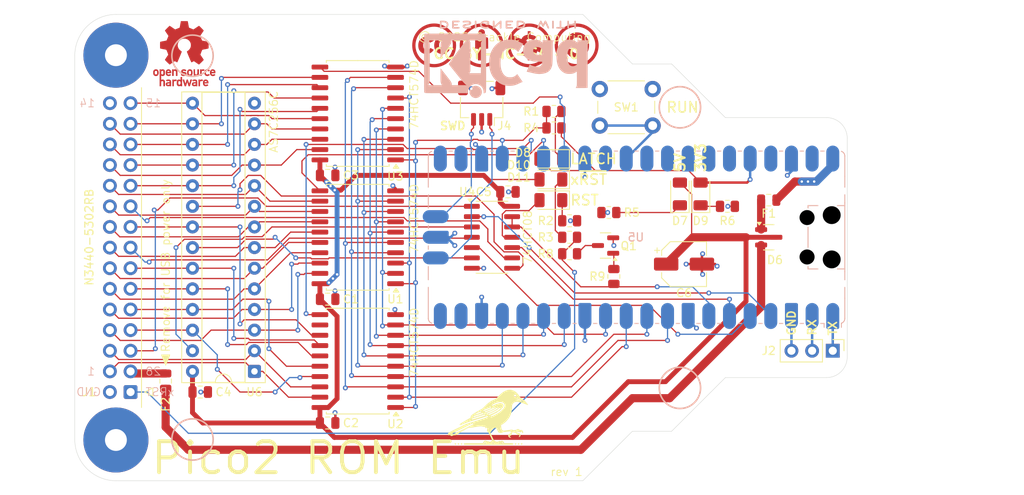
<source format=kicad_pcb>
(kicad_pcb (version 20241229) (generator "pcbnew") (generator_version "9.0")
  (title_block (title "RPi Pico 2 32k x 8 ROM Emulator") (date "2025-05-06") (rev "1") (company "Grackle Computing") (comment 1 "CC BY-NC-SA 4.0"))
  (layers (0 "F.Cu" signal) (4 "In1.Cu" power) (6 "In2.Cu" power) (2 "B.Cu" signal) (13 "F.Paste" user) (15 "B.Paste" user) (5 "F.SilkS" user "F.Silkscreen") (7 "B.SilkS" user "B.Silkscreen") (1 "F.Mask" user) (3 "B.Mask" user) (25 "Edge.Cuts" user))
  (net 0 "")
  (net 1 "GND")
  (net 2 "+5V")
  (net 3 "/X~{RST}")
  (net 4 "/UART0_TX")
  (net 5 "/UART0_RX")
  (net 6 "/SWCLK")
  (net 7 "/SWDIO")
  (net 8 "VBUS")
  (net 9 "X5V")
  (net 10 "/X~{RST}r")
  (net 11 "/L~{OE}")
  (net 12 "+3V3")
  (net 13 "/RUN")
  (net 14 "XDA3")
  (net 15 "XDA0")
  (net 16 "XA13")
  (net 17 "XA9")
  (net 18 "XDA7")
  (net 19 "XDA2")
  (net 20 "XA12")
  (net 21 "XDA6")
  (net 22 "XA8")
  (net 23 "XDA1")
  (net 24 "XA14")
  (net 25 "XA10")
  (net 26 "XDA4")
  (net 27 "XA11")
  (net 28 "/LADH")
  (net 29 "XDA5")
  (net 30 "/~{OE}")
  (net 31 "/LADD")
  (net 32 "/LADL")
  (net 33 "/f_vbus")
  (net 34 "/~{CS}")
  (net 37 "/~{WE}")
  (net 38 "/f_x5v")
  (net 40 "/RSTbuf")
  (net 41 "/RSTr")
  (net 43 "XD3")
  (net 44 "XA5")
  (net 45 "XD2")
  (net 46 "XD5")
  (net 47 "XD4")
  (net 48 "XA0")
  (net 49 "/X~{WE}")
  (net 50 "XD7")
  (net 51 "XA1")
  (net 52 "XA7")
  (net 53 "XA6")
  (net 54 "XD1")
  (net 55 "/X~{OE}")
  (net 56 "XD0")
  (net 57 "XA3")
  (net 58 "XA2")
  (net 59 "XD6")
  (net 60 "XA4")
  (net 61 "/X~{CS}")
  (net 62 "/RAM_~{OE}")
  (net 63 "/RAM_~{CS}")
  (net 64 "/RAM_~{WE}")
  (net 65 "/led_5v")
  (net 66 "/led_3v3")
  (net 67 "/led_loe")
  (net 68 "/led_rst")
  (net 69 "/led_xrst")
  (net 70 "/RST")
  (footprint "CustomSymbols:GrackleLogo12mm" (layer "F.Cu") (at 155.956 127.508)
    (property "Reference" "G1")
    (property "Value" "LOGO" (hide yes))
  )
  (footprint "Resistor_SMD:R_0805_2012Metric" (layer "F.Cu") (at 170.5845 102.362 180)
    (property "Reference" "R5")
    (property "Value" "1k8")
  )
  (footprint "Capacitor_SMD:C_0805_2012Metric" (layer "F.Cu") (at 158.176 99.822 180)
    (property "Reference" "C5")
    (property "Value" "0u1")
  )
  (footprint "LED_SMD:LED_1206_3216Metric" (layer "F.Cu") (at 181.864 100.076 90)
    (property "Reference" "D9")
    (property "Value" "LED_RED")
  )
  (footprint "Connector_IDC:IDC-Header_2x15-1MP_P2.54mm_Latch_Horizontal" (layer "F.Cu") (at 111.76 124.46 180)
    (property "Reference" "J1")
    (property "Value" "N3440-5302RB")
  )
  (footprint "Symbol:OSHW-Logo_7.5x8mm_Copper" (layer "F.Cu") (at 118.364 82.804)
    (property "Reference" "REF**" (hide yes))
    (property "Value" "OSHW-Logo_7.5x8mm_Copper" (hide yes))
  )
  (footprint "Button_Switch_THT:SW_PUSH_6mm" (layer "F.Cu") (at 175.97 91.658 180)
    (property "Reference" "SW1")
    (property "Value" "SW_Push")
  )
  (footprint "Connector_JST:JST_SH_SM03B-SRSS-TB_1x03-1MP_P1.00mm_Horizontal" (layer "F.Cu") (at 154.94 88.9 180)
    (property "Reference" "J4")
    (property "Value" "HDR_SWD")
  )
  (footprint "Resistor_SMD:R_0805_2012Metric" (layer "F.Cu") (at 163.83 91.948 180)
    (property "Reference" "R4")
    (property "Value" "3k3")
  )
  (footprint "LED_SMD:LED_1206_3216Metric" (layer "F.Cu") (at 163.446 95.758 180)
    (property "Reference" "D8")
    (property "Value" "LED_AMB")
  )
  (footprint "Symbol:Symbol_CC-Attribution_CopperTop_Small" (layer "F.Cu") (at 154.94 81.788)
    (property "Reference" "REF**" (hide yes))
    (property "Value" "Symbol_CC-Attribution_CopperTop_Small" (hide yes))
  )
  (footprint "LED_SMD:LED_1206_3216Metric" (layer "F.Cu") (at 163.452 100.838 180)
    (property "Reference" "D11")
    (property "Value" "LED_AMB")
  )
  (footprint "Resistor_SMD:R_0805_2012Metric" (layer "F.Cu") (at 185.166 101.6)
    (property "Reference" "R6")
    (property "Value" "680R")
  )
  (footprint "Capacitor_SMD:C_0805_2012Metric" (layer "F.Cu") (at 136 97.79 180)
    (property "Reference" "C3")
    (property "Value" "0u1")
  )
  (footprint "Resistor_SMD:R_0805_2012Metric" (layer "F.Cu") (at 171.196 110.236 90)
    (property "Reference" "R9")
    (property "Value" "1k8")
  )
  (footprint "Fuse:Fuse_0805_2012Metric" (layer "F.Cu") (at 190.246 100.838 180)
    (property "Reference" "F1")
    (property "Value" "MF-PSMF020X-2")
  )
  (footprint "Package_SO:SOIC-20W_7.5x12.8mm_P1.27mm" (layer "F.Cu") (at 139.7 105.41 180)
    (property "Reference" "U1")
    (property "Value" "74HCT574D")
  )
  (footprint "Capacitor_SMD:C_0805_2012Metric" (layer "F.Cu") (at 120.33 124.46 180)
    (property "Reference" "C4")
    (property "Value" "0u1")
  )
  (footprint "Connector_PinHeader_2.54mm:PinHeader_1x03_P2.54mm_Vertical" (layer "F.Cu") (at 198.12 119.38 -90)
    (property "Reference" "J2")
    (property "Value" "HDR_UART")
  )
  (footprint "Capacitor_SMD:CP_Elec_5x5.4" (layer "F.Cu") (at 179.832 108.712)
    (property "Reference" "C6")
    (property "Value" "10u")
  )
  (footprint "Package_TO_SOT_SMD:SOT-23" (layer "F.Cu") (at 170.18 106.426 180)
    (property "Reference" "Q1")
    (property "Value" "MMBT2222A")
  )
  (footprint "Package_SO:SOIC-14_3.9x8.7mm_P1.27mm" (layer "F.Cu") (at 156.21 105.41)
    (property "Reference" "U4")
    (property "Value" "74HCT08")
  )
  (footprint "Package_SO:SOIC-20W_7.5x12.8mm_P1.27mm" (layer "F.Cu") (at 139.7 90.17 180)
    (property "Reference" "U3")
    (property "Value" "74HCT574D")
  )
  (footprint "Capacitor_SMD:C_0805_2012Metric" (layer "F.Cu") (at 136 128.27 180)
    (property "Reference" "C2")
    (property "Value" "0u1")
  )
  (footprint "Symbol:Symbol_CC-Noncommercial_CopperTop_Small" (layer "F.Cu") (at 160.782 81.788)
    (property "Reference" "REF**" (hide yes))
    (property "Value" "Symbol_CC-Noncommercial_CopperTop_Small" (hide yes))
  )
  (footprint "Package_TO_SOT_SMD:SOT-23" (layer "F.Cu") (at 190.246 105.41)
    (property "Reference" "D6")
    (property "Value" "PMEG2005CT,215")
  )
  (footprint "Resistor_SMD:R_0805_2012Metric" (layer "F.Cu") (at 165.7585 103.378)
    (property "Reference" "R2")
    (property "Value" "680R")
  )
  (footprint "Package_DIP:DIP-28_W7.62mm_Socket" (layer "F.Cu") (at 127 121.92 180)
    (property "Reference" "U6")
    (property "Value" "AS7C256C")
  )
  (footprint "Resistor_SMD:R_0805_2012Metric" (layer "F.Cu") (at 165.7585 105.41)
    (property "Reference" "R3")
    (property "Value" "680R")
  )
  (footprint "Resistor_SMD:R_0805_2012Metric" (layer "F.Cu") (at 163.83 89.916 180)
    (property "Reference" "R1")
    (property "Value" "1k8")
  )
  (footprint "Resistor_SMD:R_0805_2012Metric" (layer "F.Cu") (at 165.7585 107.442 180)
    (property "Reference" "R8")
    (property "Value" "10R")
  )
  (footprint "Symbol:Symbol_CreativeCommons_CopperTop_Type2_Small" (layer "F.Cu") (at 149.098 81.788)
    (property "Reference" "REF**" (hide yes))
    (property "Value" "Symbol_CreativeCommons_CopperTop_Type2_Small" (hide yes))
  )
  (footprint "LED_SMD:LED_1206_3216Metric" (layer "F.Cu") (at 163.452 98.298 180)
    (property "Reference" "D10")
    (property "Value" "LED_AMB")
  )
  (footprint "Capacitor_SMD:C_0805_2012Metric" (layer "F.Cu") (at 136 113.03 180)
    (property "Reference" "C1")
    (property "Value" "0u1")
  )
  (footprint "LED_SMD:LED_1206_3216Metric" (layer "F.Cu") (at 179.324 100.076 90)
    (property "Reference" "D7")
    (property "Value" "LED_RED")
  )
  (footprint "Symbol:Symbol_CC-ShareAlike_CopperTop_Small" (layer "F.Cu") (at 166.624 81.788)
    (property "Reference" "REF**" (hide yes))
    (property "Value" "Symbol_CC-ShareAlike_CopperTop_Small" (hide yes))
  )
  (footprint "Package_SO:SOIC-20W_7.5x12.8mm_P1.27mm" (layer "F.Cu") (at 139.7 120.65 180)
    (property "Reference" "U2")
    (property "Value" "74HCT574D")
  )
  (footprint "Fuse:Fuse_0805_2012Metric" (layer "F.Cu") (at 116.078 123.1115 90)
    (property "Reference" "F2")
    (property "Value" "MF-PSMF020X-2")
  )
  (footprint "Module:RaspberryPi_Pico_SMD_HandSolder" (layer "B.Cu") (at 173.99 105.41 90)
    (property "Reference" "U5")
    (property "Value" "RaspberryPi_Pico2")
  )
  (footprint "Symbol:KiCad-Logo2_8mm_SilkScreen" (layer "B.Cu") (at 157.988 84.328)
    (property "Reference" "REF**" (hide yes))
    (property "Value" "KiCad-Logo2_8mm_SilkScreen" (hide yes))
  )
  (gr_poly (pts (xy 116.078 121.158) (xy 115.57 119.888) (xy 116.586 119.888)) (stroke (width 0.1)) (fill yes) (layer "F.SilkS"))
  (gr_circle (center 119.38 130.302) (end 119.38 132.842) (stroke (width 0.2)) (fill no) (layer "B.SilkS"))
  (gr_circle (center 119.38 83.058) (end 119.38 85.598) (stroke (width 0.2)) (fill no) (layer "B.SilkS"))
  (gr_circle (center 179.324 123.952) (end 179.324 126.492) (stroke (width 0.2)) (fill no) (layer "B.SilkS"))
  (gr_circle (center 179.324 89.408) (end 179.324 91.948) (stroke (width 0.2)) (fill no) (layer "B.SilkS"))
  (gr_line (start 167.386 135.382002) (end 173.482 129.286) (stroke (width 0.05)) (layer "Edge.Cuts"))
  (gr_line (start 184.912 122.682) (end 197.358 122.682) (stroke (width 0.05)) (layer "Edge.Cuts"))
  (gr_arc (start 104.902 83.058) (mid 106.389898 79.465898) (end 109.982 77.978) (stroke (width 0.05)) (layer "Edge.Cuts"))
  (gr_line (start 178.308 84.074002) (end 184.912 90.678002) (stroke (width 0.05)) (layer "Edge.Cuts"))
  (gr_arc (start 199.898 120.142) (mid 199.154051 121.938051) (end 197.358 122.682) (stroke (width 0.05)) (layer "Edge.Cuts"))
  (gr_line (start 109.982 77.978) (end 167.386 77.978) (stroke (width 0.05)) (layer "Edge.Cuts"))
  (gr_line (start 173.482 129.286) (end 178.308 129.286) (stroke (width 0.05)) (layer "Edge.Cuts"))
  (gr_arc (start 197.358 90.678) (mid 199.154051 91.421949) (end 199.898 93.218) (stroke (width 0.05)) (layer "Edge.Cuts"))
  (gr_line (start 167.386 77.978) (end 173.482 84.074002) (stroke (width 0.05)) (layer "Edge.Cuts"))
  (gr_line (start 184.912 90.678002) (end 197.358 90.678) (stroke (width 0.05)) (layer "Edge.Cuts"))
  (gr_arc (start 109.981998 135.382002) (mid 106.389896 133.894104) (end 104.901998 130.302002) (stroke (width 0.05)) (layer "Edge.Cuts"))
  (gr_line (start 109.982 135.382002) (end 167.386 135.382002) (stroke (width 0.05)) (layer "Edge.Cuts"))
  (gr_line (start 104.902 83.058) (end 104.901999 130.302002) (stroke (width 0.05)) (layer "Edge.Cuts"))
  (gr_line (start 178.308 129.286) (end 184.912 122.682) (stroke (width 0.05)) (layer "Edge.Cuts"))
  (gr_line (start 199.898 93.218) (end 199.898 120.142) (stroke (width 0.05)) (layer "Edge.Cuts"))
  (gr_line (start 173.482 84.074002) (end 178.308 84.074002) (stroke (width 0.05)) (layer "Edge.Cuts"))
  (gr_text "rev 1" (at 163.322 134.874 0) (layer "F.SilkS") (effects (font (size 1 1) (thickness 0.125)) (justify left bottom)))
  (gr_text "5V" (at 179.324 97.536 90) (layer "F.SilkS") (effects (font (size 1.27 1.27) (thickness 0.254) (bold yes)) (justify left)))
  (gr_text "Remove for USB power only" (at 116.078 119.634 90) (layer "F.SilkS") (effects (font (size 1 1) (thickness 0.125)) (justify left)))
  (gr_text "74HCT574D" (at 146.05 87.884 90) (layer "F.SilkS") (effects (font (size 1 1) (thickness 0.125)) (justify top)))
  (gr_text "RUN" (at 177.546 89.408 0) (layer "F.SilkS") (effects (font (size 1.27 1.27) (thickness 0.2) (bold yes)) (justify left)))
  (gr_text "x~{RST}" (at 165.737 98.298 0) (layer "F.SilkS") (effects (font (size 1.27 1.27) (thickness 0.2) (bold yes)) (justify left)))
  (gr_text "AS7C256C" (at 128.778 91.186 90) (layer "F.SilkS") (effects (font (size 1 1) (thickness 0.125)) (justify top)))
  (gr_text "SWD" (at 151.384 91.694 0) (layer "F.SilkS") (effects (font (size 1 1) (thickness 0.2) (bold yes))))
  (gr_text "LATCH" (at 165.731 95.758 0) (layer "F.SilkS") (effects (font (size 1.27 1.27) (thickness 0.2) (bold yes)) (justify left)))
  (gr_text "74HCT574D" (at 146.05 118.364 90) (layer "F.SilkS") (effects (font (size 1 1) (thickness 0.125)) (justify top)))
  (gr_text "TX" (at 198.12 117.602 90) (layer "F.SilkS") (effects (font (size 1 1) (thickness 0.2) (bold yes)) (justify left)))
  (gr_text "CC BY-NC-SA 4.0" (at 157.988 82.804 0) (layer "F.SilkS") (effects (font (size 1.27 1.27) (thickness 0.254) (bold yes))))
  (gr_text "GND" (at 193.04 117.602 90) (layer "F.SilkS") (effects (font (size 1 1) (thickness 0.2) (bold yes)) (justify left)))
  (gr_text "3V3" (at 181.864 97.536 90) (layer "F.SilkS") (effects (font (size 1.27 1.27) (thickness 0.254) (bold yes)) (justify left)))
  (gr_text "Pico2 ROM Emu" (at 114.046 132.588 0) (layer "F.SilkS") (effects (font (size 3.81 3.81) (thickness 0.47625)) (justify left)))
  (gr_text "© 2025 Grackle Computing" (at 157.734 80.772 0) (layer "F.SilkS") (effects (font (size 1 1) (thickness 0.1))))
  (gr_text "RX" (at 195.58 117.602 90) (layer "F.SilkS") (effects (font (size 1 1) (thickness 0.2) (bold yes)) (justify left)))
  (gr_text "74HCT574D" (at 146.05 103.124 90) (layer "F.SilkS") (effects (font (size 1 1) (thickness 0.125)) (justify top)))
  (gr_text "RST" (at 165.737 100.838 0) (layer "F.SilkS") (effects (font (size 1.27 1.27) (thickness 0.2) (bold yes)) (justify left)))
  (gr_text "74HCT08" (at 160.02 105.41 90) (layer "F.SilkS") (effects (font (size 1 1) (thickness 0.125)) (justify top)))
  (gr_text "xRST" (at 113.538 124.46 0) (layer "B.SilkS") (effects (font (size 1 1) (thickness 0.1)) (justify right mirror)))
  (gr_text "1" (at 107.442 121.92 0) (layer "B.SilkS") (effects (font (size 1 1) (thickness 0.1)) (justify left mirror)))
  (gr_text "14" (at 107.442 88.9 0) (layer "B.SilkS") (effects (font (size 1 1) (thickness 0.1)) (justify left mirror)))
  (gr_text "15" (at 113.538 88.9 0) (layer "B.SilkS") (effects (font (size 1 1) (thickness 0.1)) (justify right mirror)))
  (gr_text "28" (at 113.538 121.92 0) (layer "B.SilkS") (effects (font (size 1 1) (thickness 0.1)) (justify right mirror)))
  (gr_text "GND" (at 108.204 124.46 0) (layer "B.SilkS") (effects (font (size 1 1) (thickness 0.1)) (justify left mirror)))
  (segment (start 153.735 109.22) (end 155.194 109.22) (width 0.15) (layer "F.Cu") (net 1))
  (segment (start 144.35 99.392) (end 144.018 99.06) (width 0.3) (layer "F.Cu") (net 1))
  (segment (start 156.307 87.025) (end 156.21 87.122) (width 0.3) (layer "F.Cu") (net 1))
  (segment (start 166.671 103.378) (end 165.862 103.378) (width 0.3) (layer "F.Cu") (net 1))
  (segment (start 143.129 84.455) (end 143.002 84.328) (width 0.3) (layer "F.Cu") (net 1))
  (segment (start 182.032 109.896) (end 182.118 109.982) (width 0.3) (layer "F.Cu") (net 1))
  (segment (start 182.032 108.712) (end 180.086 108.712) (width 0.3) (layer "F.Cu") (net 1))
  (segment (start 157.24 87.025) (end 156.307 87.025) (width 0.3) (layer "F.Cu") (net 1))
  (segment (start 136.95 97.79) (end 136.95 96.818) (width 0.3) (layer "F.Cu") (net 1))
  (segment (start 152.64 87.025) (end 153.573 87.025) (width 0.3) (layer "F.Cu") (net 1))
  (segment (start 171.1175 106.3475) (end 171.196 106.426) (width 0.15) (layer "F.Cu") (net 1))
  (segment (start 171.1175 105.476) (end 171.1175 106.3475) (width 0.15) (layer "F.Cu") (net 1))
  (segment (start 154.94 90.9) (end 154.94 92.456) (width 0.3) (layer "F.Cu") (net 1))
  (segment (start 153.573 87.025) (end 153.67 87.122) (width 0.3) (layer "F.Cu") (net 1))
  (segment (start 182.032 108.712) (end 182.032 109.896) (width 0.3) (layer "F.Cu") (net 1))
  (segment (start 182.032 107.528) (end 182.118 107.442) (width 0.3) (layer "F.Cu") (net 1))
  (segment (start 169.672 102.362) (end 170.434 102.362) (width 0.3) (layer "F.Cu") (net 1))
  (segment (start 136.95 96.818) (end 136.906 96.774) (width 0.3) (layer "F.Cu") (net 1))
  (segment (start 182.032 108.712) (end 182.032 107.528) (width 0.3) (layer "F.Cu") (net 1))
  (segment (start 186.0785 101.6) (end 185.216 101.6) (width 0.15) (layer "F.Cu") (net 1))
  (segment (start 144.35 99.695) (end 144.35 99.392) (width 0.3) (layer "F.Cu") (net 1))
  (segment (start 121.28 124.46) (end 120.396 124.46) (width 0.3) (layer "F.Cu") (net 1))
  (segment (start 136.95 127.044) (end 136.906 127) (width 0.3) (layer "F.Cu") (net 1))
  (segment (start 144.35 84.455) (end 143.129 84.455) (width 0.3) (layer "F.Cu") (net 1))
  (segment (start 144.35 84.455) (end 145.669 84.455) (width 0.3) (layer "F.Cu") (net 1))
  (segment (start 136.95 113.03) (end 136.95 112.058) (width 0.3) (layer "F.Cu") (net 1))
  (segment (start 144.35 114.935) (end 144.35 114.378) (width 0.3) (layer "F.Cu") (net 1))
  (segment (start 136.95 112.058) (end 136.906 112.014) (width 0.3) (layer "F.Cu") (net 1))
  (segment (start 183.642 108.712) (end 183.896 108.966) (width 0.3) (layer "F.Cu") (net 1))
  (segment (start 145.669 84.455) (end 145.796 84.328) (width 0.3) (layer "F.Cu") (net 1))
  (segment (start 136.95 128.27) (end 136.95 127.044) (width 0.3) (layer "F.Cu") (net 1))
  (segment (start 182.032 108.712) (end 183.642 108.712) (width 0.3) (layer "F.Cu") (net 1))
  (segment (start 144.35 114.378) (end 144.272 114.3) (width 0.3) (layer "F.Cu") (net 1))
  (segment (start 159.126 99.822) (end 158.242 99.822) (width 0.3) (layer "F.Cu") (net 1))
  (via (at 167.64 118.11) (size 0.6) (drill 0.3) (layers "F.Cu" "B.Cu") (net 1))
  (via (at 185.216 101.6) (size 0.6) (drill 0.3) (layers "F.Cu" "B.Cu") (net 1))
  (via (at 183.896 108.966) (size 0.6) (drill 0.3) (layers "F.Cu" "B.Cu") (net 1))
  (via (at 165.862 103.378) (size 0.6) (drill 0.3) (layers "F.Cu" "B.Cu") (net 1))
  (via (at 144.018 99.06) (size 0.6) (drill 0.3) (layers "F.Cu" "B.Cu") (net 1))
  (via (at 136.906 112.014) (size 0.6) (drill 0.3) (layers "F.Cu" "B.Cu") (net 1))
  (via (at 167.64 98.044) (size 0.6) (drill 0.3) (layers "F.Cu" "B.Cu") (net 1))
  (via (at 144.272 114.3) (size 0.6) (drill 0.3) (layers "F.Cu" "B.Cu") (net 1))
  (via (at 154.178 93.98) (size 0.6) (drill 0.3) (layers "F.Cu" "B.Cu") (net 1))
  (via (at 151.638 106.426) (size 0.6) (drill 0.3) (layers "F.Cu" "B.Cu") (net 1))
  (via (at 182.118 109.982) (size 0.6) (drill 0.3) (layers "F.Cu" "B.Cu") (net 1))
  (via (at 180.086 108.712) (size 0.6) (drill 0.3) (layers "F.Cu" "B.Cu") (net 1))
  (via (at 136.906 127) (size 0.6) (drill 0.3) (layers "F.Cu" "B.Cu") (net 1))
  (via (at 192.532 97.79) (size 0.6) (drill 0.3) (layers "F.Cu" "B.Cu") (net 1))
  (via (at 151.638 104.902) (size 0.6) (drill 0.3) (layers "F.Cu" "B.Cu") (net 1))
  (via (at 153.67 87.122) (size 0.6) (drill 0.3) (layers "F.Cu" "B.Cu") (net 1))
  (via (at 156.21 87.122) (size 0.6) (drill 0.3) (layers "F.Cu" "B.Cu") (net 1))
  (via (at 182.118 107.442) (size 0.6) (drill 0.3) (layers "F.Cu" "B.Cu") (net 1))
  (via (at 143.002 84.328) (size 0.6) (drill 0.3) (layers "F.Cu" "B.Cu") (net 1))
  (via (at 155.194 109.22) (size 0.6) (drill 0.3) (layers "F.Cu" "B.Cu") (net 1))
  (via (at 145.796 84.328) (size 0.6) (drill 0.3) (layers "F.Cu" "B.Cu") (net 1))
  (via (at 120.396 124.46) (size 0.6) (drill 0.3) (layers "F.Cu" "B.Cu") (net 1))
  (via (at 170.434 102.362) (size 0.6) (drill 0.3) (layers "F.Cu" "B.Cu") (net 1))
  (via (at 158.242 99.822) (size 0.6) (drill 0.3) (layers "F.Cu" "B.Cu") (net 1))
  (via (at 154.94 112.776) (size 0.6) (drill 0.3) (layers "F.Cu" "B.Cu") (net 1))
  (via (at 136.906 96.774) (size 0.6) (drill 0.3) (layers "F.Cu" "B.Cu") (net 1))
  (via (at 154.94 92.456) (size 0.6) (drill 0.3) (layers "F.Cu" "B.Cu") (net 1))
  (via (at 181.356 116.586) (size 0.6) (drill 0.3) (layers "F.Cu" "B.Cu") (net 1))
  (via (at 171.196 106.426) (size 0.6) (drill 0.3) (layers "F.Cu" "B.Cu") (net 1))
  (segment (start 193.04 97.282) (end 192.532 97.79) (width 0.3) (layer "B.Cu") (net 1))
  (segment (start 180.34 115.57) (end 181.356 116.586) (width 0.3) (layer "B.Cu") (net 1))
  (segment (start 167.64 115.1) (end 167.64 118.11) (width 0.3) (layer "B.Cu") (net 1))
  (segment (start 154.94 115.1) (end 154.94 112.776) (width 0.3) (layer "B.Cu") (net 1))
  (segment (start 150.622 105.41) (end 151.638 106.426) (width 0.3) (layer "B.Cu") (net 1))
  (segment (start 167.64 95.72) (end 167.64 98.044) (width 0.3) (layer "B.Cu") (net 1))
  (segment (start 151.13 105.41) (end 151.638 104.902) (width 0.3) (layer "B.Cu") (net 1))
  (segment (start 150.09 105.41) (end 151.13 105.41) (width 0.3) (layer "B.Cu") (net 1))
  (segment (start 154.94 94.742) (end 154.178 93.98) (width 0.3) (layer "B.Cu") (net 1))
  (segment (start 193.04 115.1) (end 193.04 119.38) (width 0.3) (layer "B.Cu") (net 1))
  (segment (start 193.04 95.72) (end 193.04 97.282) (width 0.3) (layer "B.Cu") (net 1))
  (segment (start 180.934 105.41) (end 177.632 108.712) (width 1) (layer "F.Cu") (net 2))
  (segment (start 136.144 110.998) (end 136.652 110.49) (width 0.6) (layer "F.Cu") (net 2))
  (segment (start 135.05 126.365) (end 135.05 128.27) (width 0.6) (layer "F.Cu") (net 2))
  (segment (start 135.05 95.885) (end 135.05 97.79) (width 0.6) (layer "F.Cu") (net 2))
  (segment (start 136.652 110.49) (end 137.16 109.982) (width 0.6) (layer "F.Cu") (net 2))
  (segment (start 180.763 105.239) (end 180.934 105.41) (width 0.15) (layer "F.Cu") (net 2))
  (segment (start 136.017 111.125) (end 136.144 110.998) (width 0.6) (layer "F.Cu") (net 2))
  (segment (start 119.38 124.46) (end 119.38 121.92) (width 0.6) (layer "F.Cu") (net 2))
  (segment (start 136.359 99.099002) (end 136.866999 99.607001) (width 0.6) (layer "F.Cu") (net 2))
  (segment (start 157.226 101.092) (end 157.734 101.6) (width 0.6) (layer "F.Cu") (net 2))
  (segment (start 157.226 99.822) (end 157.226 101.092) (width 0.6) (layer "F.Cu") (net 2))
  (segment (start 172.974 123.19) (end 177.546 123.19) (width 0.6) (layer "F.Cu") (net 2))
  (segment (start 135.05 126.365) (end 136.074999 126.365) (width 0.6) (layer "F.Cu") (net 2))
  (segment (start 135.05 128.27) (end 120.65 128.27) (width 0.6) (layer "F.Cu") (net 2))
  (segment (start 166.116 130.048) (end 172.974 123.19) (width 0.6) (layer "F.Cu") (net 2))
  (segment (start 180.763 100.115) (end 180.763 105.239) (width 0.15) (layer "F.Cu") (net 2))
  (segment (start 191.1835 105.41) (end 187.452 105.41) (width 0.6) (layer "F.Cu") (net 2))
  (segment (start 155.956 98.298) (end 155.829 98.425) (width 0.15) (layer "F.Cu") (net 2))
  (segment (start 179.324 98.676) (end 180.763 100.115) (width 0.15) (layer "F.Cu") (net 2))
  (segment (start 137.16 115.14) (end 135.05 113.03) (width 0.6) (layer "F.Cu") (net 2))
  (segment (start 136.359 99.099) (end 135.851 98.591) (width 0.6) (layer "F.Cu") (net 2))
  (segment (start 137.628999 99.607001) (end 139.446 97.79) (width 0.6) (layer "F.Cu") (net 2))
  (segment (start 155.829 98.425) (end 157.226 99.822) (width 0.6) (layer "F.Cu") (net 2))
  (segment (start 187.452 113.284) (end 187.452 105.41) (width 0.6) (layer "F.Cu") (net 2))
  (segment (start 155.194 97.79) (end 155.829 98.425) (width 0.6) (layer "F.Cu") (net 2))
  (segment (start 135.05 128.27) (end 136.828 130.048) (width 0.6) (layer "F.Cu") (net 2))
  (segment (start 137.16 125.279999) (end 137.16 115.14) (width 0.6) (layer "F.Cu") (net 2))
  (segment (start 162.052 98.298) (end 155.956 98.298) (width 0.15) (layer "F.Cu") (net 2))
  (segment (start 136.074999 126.365) (end 137.16 125.279999) (width 0.6) (layer "F.Cu") (net 2))
  (segment (start 135.05 111.125) (end 136.017 111.125) (width 0.6) (layer "F.Cu") (net 2))
  (segment (start 120.65 128.27) (end 119.38 127) (width 0.6) (layer "F.Cu") (net 2))
  (segment (start 136.359 99.099) (end 136.359 99.099002) (width 0.6) (layer "F.Cu") (net 2))
  (segment (start 135.851 98.591) (end 135.05 97.79) (width 0.6) (layer "F.Cu") (net 2))
  (segment (start 136.866999 99.607001) (end 137.628999 99.607001) (width 0.6) (layer "F.Cu") (net 2))
  (segment (start 177.546 123.19) (end 187.452 113.284) (width 0.6) (layer "F.Cu") (net 2))
  (segment (start 119.38 127) (end 119.38 124.46) (width 0.6) (layer "F.Cu") (net 2))
  (segment (start 187.452 105.41) (end 180.934 105.41) (width 1) (layer "F.Cu") (net 2))
  (segment (start 135.05 111.125) (end 135.05 113.03) (width 0.6) (layer "F.Cu") (net 2))
  (segment (start 157.734 101.6) (end 158.685 101.6) (width 0.6) (layer "F.Cu") (net 2))
  (segment (start 139.446 97.79) (end 155.194 97.79) (width 0.6) (layer "F.Cu") (net 2))
  (segment (start 136.828 130.048) (end 166.116 130.048) (width 0.6) (layer "F.Cu") (net 2))
  (via (at 136.144 110.998) (size 0.6) (drill 0.3) (layers "F.Cu" "B.Cu") (net 2))
  (via (at 136.866999 99.607001) (size 0.6) (drill 0.3) (layers "F.Cu" "B.Cu") (net 2))
  (via (at 136.652 110.49) (size 0.6) (drill 0.3) (layers "F.Cu" "B.Cu") (net 2))
  (via (at 137.16 109.982) (size 0.6) (drill 0.3) (layers "F.Cu" "B.Cu") (net 2))
  (via (at 136.358998 99.098999) (size 0.6) (drill 0.3) (layers "F.Cu" "B.Cu") (net 2))
  (via (at 135.851 98.591) (size 0.6) (drill 0.3) (layers "F.Cu" "B.Cu") (net 2))
  (segment (start 137.16 99.900001) (end 136.866999 99.607001) (width 0.6) (layer "B.Cu") (net 2))
  (segment (start 137.16 109.982) (end 137.16 99.900001) (width 0.6) (layer "B.Cu") (net 2))
  (segment (start 136.866999 99.607001) (end 136.358998 99.098999) (width 0.6) (layer "B.Cu") (net 2))
  (segment (start 135.851 98.591) (end 135.851 98.591002) (width 0.6) (layer "B.Cu") (net 2))
  (segment (start 135.851 98.591002) (end 136.866999 99.607001) (width 0.6) (layer "B.Cu") (net 2))
  (segment (start 137.16 109.982) (end 136.144 110.998) (width 0.6) (layer "B.Cu") (net 2))
  (segment (start 164.846 108.204) (end 166.37 109.728) (width 0.15) (layer "F.Cu") (net 3))
  (segment (start 164.846 107.442) (end 166.671 105.617) (width 0.15) (layer "F.Cu") (net 3))
  (segment (start 164.846 107.442) (end 164.846 108.204) (width 0.15) (layer "F.Cu") (net 3))
  (via (at 166.37 109.728) (size 0.6) (drill 0.3) (layers "F.Cu" "B.Cu") (net 3))
  (segment (start 118.872 129.54) (end 113.792 124.46) (width 0.15) (layer "B.Cu") (net 3))
  (segment (start 113.792 124.46) (end 111.76 124.46) (width 0.15) (layer "B.Cu") (net 3))
  (segment (start 155.956 129.54) (end 118.872 129.54) (width 0.15) (layer "B.Cu") (net 3))
  (segment (start 166.37 109.728) (end 166.37 119.126) (width 0.15) (layer "B.Cu") (net 3))
  (segment (start 166.37 119.126) (end 155.956 129.54) (width 0.15) (layer "B.Cu") (net 3))
  (segment (start 198.12 115.1) (end 198.12 119.38) (width 0.3) (layer "B.Cu") (net 4))
  (segment (start 195.58 115.1) (end 195.58 119.38) (width 0.3) (layer "B.Cu") (net 5))
  (segment (start 156.21 92.71) (end 156.21 92.218) (width 0.15) (layer "F.Cu") (net 6))
  (segment (start 156.21 92.218) (end 155.94 91.948) (width 0.15) (layer "F.Cu") (net 6))
  (segment (start 155.94 91.948) (end 155.94 90.9) (width 0.15) (layer "F.Cu") (net 6))
  (via (at 156.21 92.71) (size 0.6) (drill 0.3) (layers "F.Cu" "B.Cu") (net 6))
  (segment (start 153.67 105.41) (end 153.67 101.092) (width 0.15) (layer "B.Cu") (net 6))
  (segment (start 153.67 101.092) (end 156.21 98.552) (width 0.15) (layer "B.Cu") (net 6))
  (segment (start 150.09 107.95) (end 151.13 107.95) (width 0.15) (layer "B.Cu") (net 6))
  (segment (start 151.13 107.95) (end 153.67 105.41) (width 0.15) (layer "B.Cu") (net 6))
  (segment (start 156.21 98.552) (end 156.21 92.71) (width 0.15) (layer "B.Cu") (net 6))
  (segment (start 153.67 92.202) (end 153.94 91.932) (width 0.15) (layer "F.Cu") (net 7))
  (segment (start 153.67 92.71) (end 153.67 92.202) (width 0.15) (layer "F.Cu") (net 7))
  (segment (start 153.94 91.932) (end 153.94 90.9) (width 0.15) (layer "F.Cu") (net 7))
  (via (at 153.67 92.71) (size 0.6) (drill 0.3) (layers "F.Cu" "B.Cu") (net 7))
  (segment (start 153.553 94.238884) (end 153.553 93.721116) (width 0.15) (layer "B.Cu") (net 7))
  (segment (start 153.67 99.29) (end 153.67 94.355884) (width 0.15) (layer "B.Cu") (net 7))
  (segment (start 153.553 93.721116) (end 153.67 93.604116) (width 0.15) (layer "B.Cu") (net 7))
  (segment (start 153.67 94.355884) (end 153.553 94.238884) (width 0.15) (layer "B.Cu") (net 7))
  (segment (start 150.09 102.87) (end 153.67 99.29) (width 0.15) (layer "B.Cu") (net 7))
  (segment (start 153.67 93.604116) (end 153.67 92.71) (width 0.15) (layer "B.Cu") (net 7))
  (segment (start 194.31 98.552) (end 193.4695 98.552) (width 1) (layer "F.Cu") (net 8))
  (segment (start 194.31 98.552) (end 195.834 98.552) (width 1) (layer "F.Cu") (net 8))
  (segment (start 193.4695 98.552) (end 191.1835 100.838) (width 1) (layer "F.Cu") (net 8))
  (via (at 195.072 98.552) (size 0.6) (drill 0.3) (layers "F.Cu" "B.Cu") (net 8))
  (via (at 194.31 98.552) (size 0.6) (drill 0.3) (layers "F.Cu" "B.Cu") (net 8))
  (via (at 195.834 98.552) (size 0.6) (drill 0.3) (layers "F.Cu" "B.Cu") (net 8))
  (segment (start 194.31 98.552) (end 196.088 98.552) (width 1) (layer "B.Cu") (net 8))
  (segment (start 195.834 98.552) (end 196.088 98.552) (width 0.6) (layer "B.Cu") (net 8))
  (segment (start 198.12 96.52) (end 196.088 98.552) (width 1) (layer "B.Cu") (net 8))
  (segment (start 195.072 98.552) (end 195.834 98.552) (width 0.6) (layer "B.Cu") (net 8))
  (segment (start 194.31 98.552) (end 195.072 98.552) (width 0.6) (layer "B.Cu") (net 8))
  (segment (start 116.078 122.174) (end 112.014 122.174) (width 1) (layer "F.Cu") (net 9))
  (segment (start 112.014 122.174) (end 111.76 121.92) (width 1) (layer "F.Cu") (net 9))
  (segment (start 167.687 106.426) (end 166.671 107.442) (width 0.15) (layer "F.Cu") (net 10))
  (segment (start 169.2425 106.426) (end 167.687 106.426) (width 0.15) (layer "F.Cu") (net 10))
  (segment (start 147.066 93.472) (end 146.812 93.726) (width 0.15) (layer "F.Cu") (net 11))
  (segment (start 146.685 95.885) (end 146.812 96.012) (width 0.15) (layer "F.Cu") (net 11))
  (segment (start 161.544 91.948) (end 162.9175 91.948) (width 0.15) (layer "F.Cu") (net 11))
  (segment (start 160.02 93.472) (end 161.544 91.948) (width 0.15) (layer "F.Cu") (net 11))
  (segment (start 157.48 93.472) (end 160.02 93.472) (width 0.15) (layer "F.Cu") (net 11))
  (segment (start 153.802116 93.472) (end 147.066 93.472) (width 0.15) (layer "F.Cu") (net 11))
  (segment (start 146.685 111.125) (end 146.812 110.998) (width 0.15) (layer "F.Cu") (net 11))
  (segment (start 154.436884 93.355) (end 153.919116 93.355) (width 0.15) (layer "F.Cu") (net 11))
  (segment (start 154.553884 93.472) (end 154.436884 93.355) (width 0.15) (layer "F.Cu") (net 11))
  (segment (start 146.812 126.238) (end 146.685 126.365) (width 0.15) (layer "F.Cu") (net 11))
  (segment (start 157.48 93.472) (end 154.553884 93.472) (width 0.15) (layer "F.Cu") (net 11))
  (segment (start 144.35 95.885) (end 146.685 95.885) (width 0.15) (layer "F.Cu") (net 11))
  (segment (start 162.9175 91.948) (end 162.9175 89.916) (width 0.15) (layer "F.Cu") (net 11))
  (segment (start 153.919116 93.355) (end 153.802116 93.472) (width 0.15) (layer "F.Cu") (net 11))
  (segment (start 144.35 111.125) (end 146.685 111.125) (width 0.15) (layer "F.Cu") (net 11))
  (segment (start 146.685 126.365) (end 144.35 126.365) (width 0.15) (layer "F.Cu") (net 11))
  (via (at 146.812 93.726) (size 0.6) (drill 0.3) (layers "F.Cu" "B.Cu") (net 11))
  (via (at 146.812 126.238) (size 0.6) (drill 0.3) (layers "F.Cu" "B.Cu") (net 11))
  (via (at 146.812 110.998) (size 0.6) (drill 0.3) (layers "F.Cu" "B.Cu") (net 11))
  (via (at 157.48 93.472) (size 0.6) (drill 0.3) (layers "F.Cu" "B.Cu") (net 11))
  (via (at 146.812 96.012) (size 0.6) (drill 0.3) (layers "F.Cu" "B.Cu") (net 11))
  (segment (start 146.812 110.998) (end 146.812 126.238) (width 0.15) (layer "B.Cu") (net 11))
  (segment (start 146.812 96.012) (end 146.812 110.998) (width 0.15) (layer "B.Cu") (net 11))
  (segment (start 157.48 95.72) (end 157.48 93.472) (width 0.15) (layer "B.Cu") (net 11))
  (segment (start 146.812 93.726) (end 146.812 96.012) (width 0.15) (layer "B.Cu") (net 11))
  (segment (start 180.385 97.197) (end 181.864 98.676) (width 0.15) (layer "F.Cu") (net 12))
  (segment (start 187.582 98.676) (end 181.864 98.676) (width 0.3) (layer "F.Cu") (net 12))
  (segment (start 187.96 98.298) (end 187.582 98.676) (width 0.3) (layer "F.Cu") (net 12))
  (segment (start 163.485 97.197) (end 168.91 97.197) (width 0.15) (layer "F.Cu") (net 12))
  (segment (start 164.7425 91.948) (end 164.7425 93.0295) (width 0.15) (layer "F.Cu") (net 12))
  (segment (start 162.046 95.758) (end 163.485 97.197) (width 0.15) (layer "F.Cu") (net 12))
  (segment (start 168.91 97.197) (end 180.385 97.197) (width 0.15) (layer "F.Cu") (net 12))
  (segment (start 164.7425 93.0295) (end 168.91 97.197) (width 0.15) (layer "F.Cu") (net 12))
  (via (at 187.96 98.298) (size 0.6) (drill 0.3) (layers "F.Cu" "B.Cu") (net 12))
  (segment (start 187.96 98.298) (end 187.96 95.72) (width 0.3) (layer "B.Cu") (net 12))
  (segment (start 172.72 95.72) (end 175.97 92.47) (width 0.3) (layer "B.Cu") (net 13))
  (segment (start 169.47 91.658) (end 175.97 91.658) (width 0.3) (layer "B.Cu") (net 13))
  (segment (start 141.351 104.775) (end 141.224 104.902) (width 0.15) (layer "F.Cu") (net 14))
  (segment (start 144.35 118.745) (end 164.973 118.745) (width 0.15) (layer "F.Cu") (net 14))
  (segment (start 144.35 118.745) (end 141.351 118.745) (width 0.15) (layer "F.Cu") (net 14))
  (segment (start 144.35 104.775) (end 141.351 104.775) (width 0.15) (layer "F.Cu") (net 14))
  (segment (start 141.605 90.805) (end 144.35 90.805) (width 0.15) (layer "F.Cu") (net 14))
  (segment (start 141.351 118.745) (end 141.224 118.618) (width 0.15) (layer "F.Cu") (net 14))
  (segment (start 164.973 118.745) (end 165.1 118.618) (width 0.15) (layer "F.Cu") (net 14))
  (segment (start 141.478 90.932) (end 141.605 90.805) (width 0.15) (layer "F.Cu") (net 14))
  (via (at 141.224 104.902) (size 0.6) (drill 0.3) (layers "F.Cu" "B.Cu") (net 14))
  (via (at 141.224 118.618) (size 0.6) (drill 0.3) (layers "F.Cu" "B.Cu") (net 14))
  (via (at 165.1 118.618) (size 0.6) (drill 0.3) (layers "F.Cu" "B.Cu") (net 14))
  (via (at 141.478 90.932) (size 0.6) (drill 0.3) (layers "F.Cu" "B.Cu") (net 14))
  (segment (start 141.224 118.618) (end 141.224 104.902) (width 0.15) (layer "B.Cu") (net 14))
  (segment (start 141.224 91.186) (end 141.478 90.932) (width 0.15) (layer "B.Cu") (net 14))
  (segment (start 141.224 104.902) (end 141.224 91.186) (width 0.15) (layer "B.Cu") (net 14))
  (segment (start 165.1 118.618) (end 165.1 115.1) (width 0.15) (layer "B.Cu") (net 14))
  (segment (start 157.353 121.285) (end 157.48 121.158) (width 0.15) (layer "F.Cu") (net 15))
  (segment (start 144.35 121.285) (end 139.827 121.285) (width 0.15) (layer "F.Cu") (net 15))
  (segment (start 144.35 121.285) (end 157.353 121.285) (width 0.15) (layer "F.Cu") (net 15))
  (segment (start 139.71 100.965) (end 139.7 100.975) (width 0.15) (layer "F.Cu") (net 15))
  (segment (start 144.35 94.615) (end 139.71 94.615) (width 0.15) (layer "F.Cu") (net 15))
  (segment (start 144.35 100.965) (end 139.71 100.965) (width 0.15) (layer "F.Cu") (net 15))
  (segment (start 139.71 94.615) (end 139.7 94.625) (width 0.15) (layer "F.Cu") (net 15))
  (segment (start 139.827 121.285) (end 139.7 121.158) (width 0.15) (layer "F.Cu") (net 15))
  (via (at 139.7 121.158) (size 0.6) (drill 0.3) (layers "F.Cu" "B.Cu") (net 15))
  (via (at 157.48 121.158) (size 0.6) (drill 0.3) (layers "F.Cu" "B.Cu") (net 15))
  (via (at 139.7 94.625) (size 0.6) (drill 0.3) (layers "F.Cu" "B.Cu") (net 15))
  (via (at 139.7 100.975) (size 0.6) (drill 0.3) (layers "F.Cu" "B.Cu") (net 15))
  (segment (start 139.7 100.975) (end 139.7 121.158) (width 0.15) (layer "B.Cu") (net 15))
  (segment (start 139.7 100.975) (end 139.7 94.625) (width 0.15) (layer "B.Cu") (net 15))
  (segment (start 157.48 121.158) (end 157.48 115.1) (width 0.15) (layer "B.Cu") (net 15))
  (segment (start 125.222 124.46) (end 122.428 121.666) (width 0.15) (layer "F.Cu") (net 16))
  (segment (start 132.588 122.682) (end 132.715 122.555) (width 0.15) (layer "F.Cu") (net 16))
  (segment (start 129.54 124.46) (end 125.222 124.46) (width 0.15) (layer "F.Cu") (net 16))
  (segment (start 132.715 122.555) (end 135.05 122.555) (width 0.15) (layer "F.Cu") (net 16))
  (segment (start 111.76 116.84) (end 119.38 116.84) (width 0.15) (layer "F.Cu") (net 16))
  (via (at 129.54 124.46) (size 0.6) (drill 0.3) (layers "F.Cu" "B.Cu") (net 16))
  (via (at 122.428 121.666) (size 0.6) (drill 0.3) (layers "F.Cu" "B.Cu") (net 16))
  (via (at 132.588 122.682) (size 0.6) (drill 0.3) (layers "F.Cu" "B.Cu") (net 16))
  (segment (start 119.38 116.84) (end 122.428 119.888) (width 0.15) (layer "B.Cu") (net 16))
  (segment (start 122.428 119.888) (end 122.428 121.666) (width 0.15) (layer "B.Cu") (net 16))
  (segment (start 129.54 124.46) (end 131.318 122.682) (width 0.15) (layer "B.Cu") (net 16))
  (segment (start 131.318 122.682) (end 132.588 122.682) (width 0.15) (layer "B.Cu") (net 16))
  (segment (start 111.76 111.76) (end 119.38 111.76) (width 0.15) (layer "F.Cu") (net 17))
  (segment (start 132.365001 118.355) (end 134.025001 120.015) (width 0.15) (layer "F.Cu") (net 17))
  (segment (start 126.284215 118.355) (end 132.365001 118.355) (width 0.15) (layer "F.Cu") (net 17))
  (segment (start 123.698 118.618) (end 126.021215 118.618) (width 0.15) (layer "F.Cu") (net 17))
  (segment (start 119.38 111.76) (end 123.698 111.76) (width 0.15) (layer "F.Cu") (net 17))
  (segment (start 134.025001 120.015) (end 135.05 120.015) (width 0.15) (layer "F.Cu") (net 17))
  (segment (start 126.021215 118.618) (end 126.284215 118.355) (width 0.15) (layer "F.Cu") (net 17))
  (via (at 123.698 111.76) (size 0.6) (drill 0.3) (layers "F.Cu" "B.Cu") (net 17))
  (via (at 123.698 118.618) (size 0.6) (drill 0.3) (layers "F.Cu" "B.Cu") (net 17))
  (segment (start 123.698 111.76) (end 123.698 118.618) (width 0.15) (layer "B.Cu") (net 17))
  (segment (start 144.35 109.855) (end 142.875 109.855) (width 0.15) (layer "F.Cu") (net 18))
  (segment (start 142.875 116.205) (end 142.748 116.332) (width 0.15) (layer "F.Cu") (net 18))
  (segment (start 142.748 89.662) (end 142.875 89.535) (width 0.15) (layer "F.Cu") (net 18))
  (segment (start 162.687 116.205) (end 163.83 117.348) (width 0.15) (layer "F.Cu") (net 18))
  (segment (start 163.83 117.348) (end 170.18 117.348) (width 0.15) (layer "F.Cu") (net 18))
  (segment (start 144.35 116.205) (end 162.687 116.205) (width 0.15) (layer "F.Cu") (net 18))
  (segment (start 144.35 116.205) (end 142.875 116.205) (width 0.15) (layer "F.Cu") (net 18))
  (segment (start 142.875 89.535) (end 144.35 89.535) (width 0.15) (layer "F.Cu") (net 18))
  (segment (start 142.875 109.855) (end 142.748 109.728) (width 0.15) (layer "F.Cu") (net 18))
  (via (at 170.18 117.348) (size 0.6) (drill 0.3) (layers "F.Cu" "B.Cu") (net 18))
  (via (at 142.748 89.662) (size 0.6) (drill 0.3) (layers "F.Cu" "B.Cu") (net 18))
  (via (at 142.748 109.728) (size 0.6) (drill 0.3) (layers "F.Cu" "B.Cu") (net 18))
  (via (at 142.748 116.332) (size 0.6) (drill 0.3) (layers "F.Cu" "B.Cu") (net 18))
  (segment (start 170.18 117.348) (end 170.18 115.1) (width 0.15) (layer "B.Cu") (net 18))
  (segment (start 142.748 116.332) (end 142.748 109.728) (width 0.15) (layer "B.Cu") (net 18))
  (segment (start 142.748 109.728) (end 142.748 89.662) (width 0.15) (layer "B.Cu") (net 18))
  (segment (start 144.35 117.475) (end 142.113 117.475) (width 0.15) (layer "F.Cu") (net 19))
  (segment (start 144.35 117.475) (end 162.433 117.475) (width 0.15) (layer "F.Cu") (net 19))
  (segment (start 142.113 117.475) (end 141.986 117.602) (width 0.15) (layer "F.Cu") (net 19))
  (segment (start 144.35 103.505) (end 141.996 103.505) (width 0.15) (layer "F.Cu") (net 19))
  (segment (start 141.986 92.202) (end 142.113 92.075) (width 0.15) (layer "F.Cu") (net 19))
  (segment (start 142.113 92.075) (end 144.35 92.075) (width 0.15) (layer "F.Cu") (net 19))
  (segment (start 162.433 117.475) (end 162.56 117.348) (width 0.15) (layer "F.Cu") (net 19))
  (segment (start 141.996 103.505) (end 141.986 103.515) (width 0.15) (layer "F.Cu") (net 19))
  (via (at 162.56 117.348) (size 0.6) (drill 0.3) (layers "F.Cu" "B.Cu") (net 19))
  (via (at 141.986 92.202) (size 0.6) (drill 0.3) (layers "F.Cu" "B.Cu") (net 19))
  (via (at 141.986 117.602) (size 0.6) (drill 0.3) (layers "F.Cu" "B.Cu") (net 19))
  (via (at 141.986 103.515) (size 0.6) (drill 0.3) (layers "F.Cu" "B.Cu") (net 19))
  (segment (start 141.986 92.202) (end 141.986 103.515) (width 0.15) (layer "B.Cu") (net 19))
  (segment (start 141.986 103.515) (end 141.986 117.602) (width 0.15) (layer "B.Cu") (net 19))
  (segment (start 162.56 117.348) (end 162.56 115.1) (width 0.15) (layer "B.Cu") (net 19))
  (segment (start 125.924 120.456) (end 127 119.38) (width 0.15) (layer "F.Cu") (net 20))
  (segment (start 127 119.38) (end 131.445 123.825) (width 0.15) (layer "F.Cu") (net 20))
  (segment (start 109.22 119.38) (end 110.296 120.456) (width 0.15) (layer "F.Cu") (net 20))
  (segment (start 131.445 123.825) (end 135.05 123.825) (width 0.15) (layer "F.Cu") (net 20))
  (segment (start 110.296 120.456) (end 125.924 120.456) (width 0.15) (layer "F.Cu") (net 20))
  (segment (start 144.35 108.585) (end 146.04 108.585) (width 0.15) (layer "F.Cu") (net 21))
  (segment (start 146.05 125.095) (end 165.989 125.095) (width 0.15) (layer "F.Cu") (net 21))
  (segment (start 146.04 108.585) (end 146.05 108.575) (width 0.15) (layer "F.Cu") (net 21))
  (segment (start 145.923 88.265) (end 146.05 88.138) (width 0.15) (layer "F.Cu") (net 21))
  (segment (start 144.35 125.095) (end 146.05 125.095) (width 0.15) (layer "F.Cu") (net 21))
  (segment (start 144.35 88.265) (end 145.923 88.265) (width 0.15) (layer "F.Cu") (net 21))
  (segment (start 165.989 125.095) (end 172.212 118.872) (width 0.15) (layer "F.Cu") (net 21))
  (segment (start 172.212 118.872) (end 172.72 118.872) (width 0.15) (layer "F.Cu") (net 21))
  (via (at 146.05 125.095) (size 0.6) (drill 0.3) (layers "F.Cu" "B.Cu") (net 21))
  (via (at 146.05 108.575) (size 0.6) (drill 0.3) (layers "F.Cu" "B.Cu") (net 21))
  (via (at 172.72 118.872) (size 0.6) (drill 0.3) (layers "F.Cu" "B.Cu") (net 21))
  (via (at 146.05 88.138) (size 0.6) (drill 0.3) (layers "F.Cu" "B.Cu") (net 21))
  (segment (start 172.72 115.1) (end 172.72 118.872) (width 0.15) (layer "B.Cu") (net 21))
  (segment (start 146.05 125.095) (end 146.05 108.575) (width 0.15) (layer "B.Cu") (net 21))
  (segment (start 146.05 108.575) (end 146.05 88.138) (width 0.15) (layer "B.Cu") (net 21))
  (segment (start 124.291132 114.3) (end 125.561132 113.03) (width 0.15) (layer "F.Cu") (net 22))
  (segment (start 128.524 113.03) (end 128.778 113.284) (width 0.15) (layer "F.Cu") (net 22))
  (segment (start 125.561132 113.03) (end 128.524 113.03) (width 0.15) (layer "F.Cu") (net 22))
  (segment (start 111.76 114.3) (end 119.38 114.3) (width 0.15) (layer "F.Cu") (net 22))
  (segment (start 119.38 114.3) (end 124.291132 114.3) (width 0.15) (layer "F.Cu") (net 22))
  (segment (start 130.937 121.285) (end 135.05 121.285) (width 0.15) (layer "F.Cu") (net 22))
  (segment (start 128.778 119.126) (end 130.937 121.285) (width 0.15) (layer "F.Cu") (net 22))
  (via (at 128.778 119.126) (size 0.6) (drill 0.3) (layers "F.Cu" "B.Cu") (net 22))
  (via (at 128.778 113.284) (size 0.6) (drill 0.3) (layers "F.Cu" "B.Cu") (net 22))
  (segment (start 128.778 113.284) (end 128.778 119.126) (width 0.15) (layer "B.Cu") (net 22))
  (segment (start 140.472 93.345) (end 140.462 93.355) (width 0.15) (layer "F.Cu") (net 23))
  (segment (start 144.35 120.015) (end 159.893 120.015) (width 0.15) (layer "F.Cu") (net 23))
  (segment (start 159.893 120.015) (end 160.02 119.888) (width 0.15) (layer "F.Cu") (net 23))
  (segment (start 144.35 120.015) (end 140.589 120.015) (width 0.15) (layer "F.Cu") (net 23))
  (segment (start 140.589 120.015) (end 140.462 119.888) (width 0.15) (layer "F.Cu") (net 23))
  (segment (start 144.35 93.345) (end 140.472 93.345) (width 0.15) (layer "F.Cu") (net 23))
  (segment (start 144.35 102.235) (end 140.589 102.235) (width 0.15) (layer "F.Cu") (net 23))
  (segment (start 140.589 102.235) (end 140.462 102.362) (width 0.15) (layer "F.Cu") (net 23))
  (via (at 160.02 119.888) (size 0.6) (drill 0.3) (layers "F.Cu" "B.Cu") (net 23))
  (via (at 140.462 93.355) (size 0.6) (drill 0.3) (layers "F.Cu" "B.Cu") (net 23))
  (via (at 140.462 119.888) (size 0.6) (drill 0.3) (layers "F.Cu" "B.Cu") (net 23))
  (via (at 140.462 102.362) (size 0.6) (drill 0.3) (layers "F.Cu" "B.Cu") (net 23))
  (segment (start 140.462 119.888) (end 140.462 102.362) (width 0.15) (layer "B.Cu") (net 23))
  (segment (start 160.02 119.888) (end 160.02 115.1) (width 0.15) (layer "B.Cu") (net 23))
  (segment (start 140.462 93.355) (end 140.462 102.362) (width 0.15) (layer "B.Cu") (net 23))
  (segment (start 131.191 125.095) (end 135.05 125.095) (width 0.15) (layer "F.Cu") (net 24))
  (segment (start 128.016 121.92) (end 131.191 125.095) (width 0.15) (layer "F.Cu") (net 24))
  (segment (start 125.924 120.844) (end 127 121.92) (width 0.15) (layer "F.Cu") (net 24))
  (segment (start 109.22 121.92) (end 110.296 120.844) (width 0.15) (layer "F.Cu") (net 24))
  (segment (start 110.296 120.844) (end 125.924 120.844) (width 0.15) (layer "F.Cu") (net 24))
  (segment (start 127 121.92) (end 128.016 121.92) (width 0.15) (layer "F.Cu") (net 24))
  (segment (start 125.222 116.078) (end 125.73 115.57) (width 0.15) (layer "F.Cu") (net 25))
  (segment (start 132.120001 115.57) (end 134.025001 117.475) (width 0.15) (layer "F.Cu") (net 25))
  (segment (start 134.025001 117.475) (end 135.05 117.475) (width 0.15) (layer "F.Cu") (net 25))
  (segment (start 111.76 104.14) (end 119.38 104.14) (width 0.15) (layer "F.Cu") (net 25))
  (segment (start 125.73 115.57) (end 132.120001 115.57) (width 0.15) (layer "F.Cu") (net 25))
  (segment (start 119.38 104.14) (end 125.222 104.14) (width 0.15) (layer "F.Cu") (net 25))
  (via (at 125.222 116.078) (size 0.6) (drill 0.3) (layers "F.Cu" "B.Cu") (net 25))
  (via (at 125.222 104.14) (size 0.6) (drill 0.3) (layers "F.Cu" "B.Cu") (net 25))
  (segment (start 125.222 104.14) (end 125.222 116.078) (width 0.15) (layer "B.Cu") (net 25))
  (segment (start 144.35 123.825) (end 165.989 123.825) (width 0.15) (layer "F.Cu") (net 26))
  (segment (start 165.989 123.825) (end 171.704 118.11) (width 0.15) (layer "F.Cu") (net 26))
  (segment (start 144.35 123.825) (end 138.303 123.825) (width 0.15) (layer "F.Cu") (net 26))
  (segment (start 138.303 123.825) (end 138.176 123.952) (width 0.15) (layer "F.Cu") (net 26))
  (segment (start 138.43 86.106) (end 138.811 85.725) (width 0.15) (layer "F.Cu") (net 26))
  (segment (start 138.303 106.045) (end 138.176 106.172) (width 0.15) (layer "F.Cu") (net 26))
  (segment (start 171.704 118.11) (end 177.8 118.11) (width 0.15) (layer "F.Cu") (net 26))
  (segment (start 138.811 85.725) (end 144.35 85.725) (width 0.15) (layer "F.Cu") (net 26))
  (segment (start 144.35 106.045) (end 138.303 106.045) (width 0.15) (layer "F.Cu") (net 26))
  (via (at 177.8 118.11) (size 0.6) (drill 0.3) (layers "F.Cu" "B.Cu") (net 26))
  (via (at 138.176 123.952) (size 0.6) (drill 0.3) (layers "F.Cu" "B.Cu") (net 26))
  (via (at 138.43 86.106) (size 0.6) (drill 0.3) (layers "F.Cu" "B.Cu") (net 26))
  (via (at 138.176 106.172) (size 0.6) (drill 0.3) (layers "F.Cu" "B.Cu") (net 26))
  (segment (start 177.8 118.11) (end 177.8 115.1) (width 0.15) (layer "B.Cu") (net 26))
  (segment (start 138.176 86.36) (end 138.43 86.106) (width 0.15) (layer "B.Cu") (net 26))
  (segment (start 138.176 123.952) (end 138.176 106.172) (width 0.15) (layer "B.Cu") (net 26))
  (segment (start 138.176 106.172) (end 138.176 86.36) (width 0.15) (layer "B.Cu") (net 26))
  (segment (start 134.36 118.055) (end 135.05 118.745) (width 0.15) (layer "F.Cu") (net 27))
  (segment (start 126.451166 118.055) (end 134.36 118.055) (width 0.15) (layer "F.Cu") (net 27))
  (segment (start 111.76 109.22) (end 119.38 109.22) (width 0.15) (layer "F.Cu") (net 27))
  (segment (start 119.38 109.22) (end 124.46 109.22) (width 0.15) (layer "F.Cu") (net 27))
  (segment (start 124.46 117.856) (end 126.252166 117.856) (width 0.15) (layer "F.Cu") (net 27))
  (segment (start 126.252166 117.856) (end 126.451166 118.055) (width 0.15) (layer "F.Cu") (net 27))
  (via (at 124.46 109.22) (size 0.6) (drill 0.3) (layers "F.Cu" "B.Cu") (net 27))
  (via (at 124.46 117.856) (size 0.6) (drill 0.3) (layers "F.Cu" "B.Cu") (net 27))
  (segment (start 124.46 109.22) (end 124.46 117.856) (width 0.15) (layer "B.Cu") (net 27))
  (segment (start 145.783902 94.488) (end 153.802116 94.488) (width 0.15) (layer "F.Cu") (net 28))
  (segment (start 153.919116 94.605) (end 154.436884 94.605) (width 0.15) (layer "F.Cu") (net 28))
  (segment (start 135.05 114.935) (end 133.477 114.935) (width 0.15) (layer "F.Cu") (net 28))
  (segment (start 133.477 114.935) (end 133.35 114.808) (width 0.15) (layer "F.Cu") (net 28))
  (segment (start 154.436884 94.605) (end 154.553884 94.488) (width 0.15) (layer "F.Cu") (net 28))
  (segment (start 145.275902 93.98) (end 145.783902 94.488) (width 0.15) (layer "F.Cu") (net 28))
  (segment (start 154.553884 94.488) (end 160.02 94.488) (width 0.15) (layer "F.Cu") (net 28))
  (segment (start 153.802116 94.488) (end 153.919116 94.605) (width 0.15) (layer "F.Cu") (net 28))
  (segment (start 160.02 94.488) (end 161.036 93.472) (width 0.15) (layer "F.Cu") (net 28))
  (segment (start 133.35 93.98) (end 145.275902 93.98) (width 0.15) (layer "F.Cu") (net 28))
  (via (at 161.036 93.472) (size 0.6) (drill 0.3) (layers "F.Cu" "B.Cu") (net 28))
  (via (at 133.35 114.808) (size 0.6) (drill 0.3) (layers "F.Cu" "B.Cu") (net 28))
  (via (at 133.35 93.98) (size 0.6) (drill 0.3) (layers "F.Cu" "B.Cu") (net 28))
  (segment (start 161.036 94.704) (end 160.02 95.72) (width 0.15) (layer "B.Cu") (net 28))
  (segment (start 133.35 114.808) (end 133.35 93.98) (width 0.15) (layer "B.Cu") (net 28))
  (segment (start 161.036 93.472) (end 161.036 94.704) (width 0.15) (layer "B.Cu") (net 28))
  (segment (start 165.989 122.555) (end 171.196 117.348) (width 0.15) (layer "F.Cu") (net 29))
  (segment (start 171.196 117.348) (end 175.26 117.348) (width 0.15) (layer "F.Cu") (net 29))
  (segment (start 144.35 122.555) (end 165.989 122.555) (width 0.15) (layer "F.Cu") (net 29))
  (segment (start 139.192 87.122) (end 139.319 86.995) (width 0.15) (layer "F.Cu") (net 29))
  (segment (start 144.35 107.315) (end 139.065 107.315) (width 0.15) (layer "F.Cu") (net 29))
  (segment (start 139.065 107.315) (end 138.938 107.188) (width 0.15) (layer "F.Cu") (net 29))
  (segment (start 139.319 86.995) (end 144.35 86.995) (width 0.15) (layer "F.Cu") (net 29))
  (segment (start 139.065 122.555) (end 138.938 122.428) (width 0.15) (layer "F.Cu") (net 29))
  (segment (start 144.35 122.555) (end 139.065 122.555) (width 0.15) (layer "F.Cu") (net 29))
  (via (at 138.938 107.188) (size 0.6) (drill 0.3) (layers "F.Cu" "B.Cu") (net 29))
  (via (at 138.938 122.428) (size 0.6) (drill 0.3) (layers "F.Cu" "B.Cu") (net 29))
  (via (at 175.26 117.348) (size 0.6) (drill 0.3) (layers "F.Cu" "B.Cu") (net 29))
  (via (at 139.192 87.122) (size 0.6) (drill 0.3) (layers "F.Cu" "B.Cu") (net 29))
  (segment (start 138.938 107.188) (end 138.938 122.428) (width 0.15) (layer "B.Cu") (net 29))
  (segment (start 138.938 87.376) (end 138.938 107.188) (width 0.15) (layer "B.Cu") (net 29))
  (segment (start 139.192 87.122) (end 138.938 87.376) (width 0.15) (layer "B.Cu") (net 29))
  (segment (start 175.26 115.1) (end 175.26 117.348) (width 0.15) (layer "B.Cu") (net 29))
  (segment (start 153.735 107.95) (end 136.193902 107.95) (width 0.15) (layer "F.Cu") (net 30))
  (segment (start 129.31 105.64) (end 129.54 105.41) (width 0.15) (layer "F.Cu") (net 30))
  (segment (start 124.918489 106.68) (end 125.958489 105.64) (width 0.15) (layer "F.Cu") (net 30))
  (segment (start 136.193902 107.95) (end 136.084902 108.059) (width 0.15) (layer "F.Cu") (net 30))
  (segment (start 136.084902 108.059) (end 134.015098 108.059) (width 0.15) (layer "F.Cu") (net 30))
  (segment (start 125.958489 105.64) (end 129.31 105.64) (width 0.15) (layer "F.Cu") (net 30))
  (segment (start 133.906098 107.95) (end 132.08 107.95) (width 0.15) (layer "F.Cu") (net 30))
  (segment (start 134.015098 108.059) (end 133.906098 107.95) (width 0.15) (layer "F.Cu") (net 30))
  (segment (start 119.38 106.68) (end 124.918489 106.68) (width 0.15) (layer "F.Cu") (net 30))
  (via (at 129.54 105.41) (size 0.6) (drill 0.3) (layers "F.Cu" "B.Cu") (net 30))
  (via (at 132.08 107.95) (size 0.6) (drill 0.3) (layers "F.Cu" "B.Cu") (net 30))
  (segment (start 132.08 107.95) (end 129.54 105.41) (width 0.15) (layer "B.Cu") (net 30))
  (segment (start 151.13 88.9) (end 161.29 88.9) (width 0.15) (layer "F.Cu") (net 31))
  (segment (start 147.211 84.981) (end 151.13 88.9) (width 0.15) (layer "F.Cu") (net 31))
  (segment (start 135.576 84.981) (end 147.211 84.981) (width 0.15) (layer "F.Cu") (net 31))
  (segment (start 161.29 88.9) (end 162.052 88.138) (width 0.15) (layer "F.Cu") (net 31))
  (segment (start 135.05 84.455) (end 135.576 84.981) (width 0.15) (layer "F.Cu") (net 31))
  (segment (start 162.052 88.138) (end 164.592 88.138) (width 0.15) (layer "F.Cu") (net 31))
  (via (at 164.592 88.138) (size 0.6) (drill 0.3) (layers "F.Cu" "B.Cu") (net 31))
  (segment (start 164.592 88.138) (end 164.592 88.9) (width 0.15) (layer "B.Cu") (net 31))
  (segment (start 164.592 88.9) (end 165.1 89.408) (width 0.15) (layer "B.Cu") (net 31))
  (segment (start 165.1 89.408) (end 165.1 95.72) (width 0.15) (layer "B.Cu") (net 31))
  (segment (start 135.05 99.695) (end 132.842 97.487) (width 0.15) (layer "F.Cu") (net 32))
  (segment (start 160.782 95.25) (end 162.56 93.472) (width 0.15) (layer "F.Cu") (net 32))
  (segment (start 132.842 96.012) (end 133.604 95.25) (width 0.15) (layer "F.Cu") (net 32))
  (segment (start 133.604 95.25) (end 160.782 95.25) (width 0.15) (layer "F.Cu") (net 32))
  (segment (start 132.842 97.487) (end 132.842 96.012) (width 0.15) (layer "F.Cu") (net 32))
  (via (at 162.56 93.472) (size 0.6) (drill 0.3) (layers "F.Cu" "B.Cu") (net 32))
  (segment (start 162.56 93.472) (end 162.56 95.72) (width 0.15) (layer "B.Cu") (net 32))
  (segment (start 189.3085 100.838) (end 189.3085 104.46) (width 1) (layer "F.Cu") (net 33))
  (segment (start 159.451902 107.206) (end 157.700098 107.206) (width 0.15) (layer "F.Cu") (net 34))
  (segment (start 125.222 98.806) (end 125.222 99.568) (width 0.15) (layer "F.Cu") (net 34))
  (segment (start 160.02 108.859999) (end 160.02 107.774098) (width 0.15) (layer "F.Cu") (net 34))
  (segment (start 126.238 97.79) (end 125.222 98.806) (width 0.15) (layer "F.Cu") (net 34))
  (segment (start 154.203951 100.33) (end 130.302 100.33) (width 0.15) (layer "F.Cu") (net 34))
  (segment (start 157.700098 107.206) (end 156.464 105.969902) (width 0.15) (layer "F.Cu") (net 34))
  (segment (start 127.762 97.79) (end 126.238 97.79) (width 0.15) (layer "F.Cu") (net 34))
  (segment (start 130.302 100.33) (end 127.762 97.79) (width 0.15) (layer "F.Cu") (net 34))
  (segment (start 159.659999 109.22) (end 160.02 108.859999) (width 0.15) (layer "F.Cu") (net 34))
  (segment (start 156.464 105.969902) (end 156.464 102.590049) (width 0.15) (layer "F.Cu") (net 34))
  (segment (start 160.02 107.774098) (end 159.451902 107.206) (width 0.15) (layer "F.Cu") (net 34))
  (segment (start 156.464 102.590049) (end 154.203951 100.33) (width 0.15) (layer "F.Cu") (net 34))
  (segment (start 158.685 109.22) (end 159.659999 109.22) (width 0.15) (layer "F.Cu") (net 34))
  (segment (start 124.968 101.6) (end 119.38 101.6) (width 0.15) (layer "F.Cu") (net 34))
  (via (at 125.222 99.568) (size 0.6) (drill 0.3) (layers "F.Cu" "B.Cu") (net 34))
  (via (at 124.968 101.6) (size 0.6) (drill 0.3) (layers "F.Cu" "B.Cu") (net 34))
  (segment (start 124.968 101.6) (end 124.968 99.822) (width 0.15) (layer "B.Cu") (net 34))
  (segment (start 124.968 99.822) (end 125.222 99.568) (width 0.15) (layer "B.Cu") (net 34))
  (segment (start 125.791 105.339) (end 125.476 105.654) (width 0.15) (layer "F.Cu") (net 37))
  (segment (start 125.476 105.654) (end 118.374 105.654) (width 0.15) (layer "F.Cu") (net 37))
  (segment (start 153.735 104.14) (end 129.14508 104.14) (width 0.15) (layer "F.Cu") (net 37))
  (segment (start 127.94608 105.339) (end 125.791 105.339) (width 0.15) (layer "F.Cu") (net 37))
  (segment (start 129.14508 104.14) (end 127.94608 105.339) (width 0.15) (layer "F.Cu") (net 37))
  (segment (start 118.374 105.654) (end 117.348 106.68) (width 0.15) (layer "F.Cu") (net 37))
  (via (at 117.348 106.68) (size 0.6) (drill 0.3) (layers "F.Cu" "B.Cu") (net 37))
  (segment (start 117.348 106.68) (end 117.348 117.348) (width 0.15) (layer "B.Cu") (net 37))
  (segment (start 117.348 117.348) (end 119.38 119.38) (width 0.15) (layer "B.Cu") (net 37))
  (segment (start 178.054 125.222) (end 173.482 125.222) (width 1) (layer "F.Cu") (net 38))
  (segment (start 189.3085 113.9675) (end 178.054 125.222) (width 1) (layer "F.Cu") (net 38))
  (segment (start 167.132 131.572) (end 118.872 131.572) (width 1) (layer "F.Cu") (net 38))
  (segment (start 189.3085 106.36) (end 189.3085 113.9675) (width 1) (layer "F.Cu") (net 38))
  (segment (start 173.482 125.222) (end 167.132 131.572) (width 1) (layer "F.Cu") (net 38))
  (segment (start 118.872 131.572) (end 116.078 128.778) (width 1) (layer "F.Cu") (net 38))
  (segment (start 116.078 128.778) (end 116.078 124.049) (width 1) (layer "F.Cu") (net 38))
  (segment (start 158.685 105.41) (end 157.710001 105.41) (width 0.15) (layer "F.Cu") (net 40))
  (segment (start 157.484 102.560098) (end 157.918098 102.126) (width 0.15) (layer "F.Cu") (net 40))
  (segment (start 157.484 105.183999) (end 157.484 102.560098) (width 0.15) (layer "F.Cu") (net 40))
  (segment (start 160.764 102.126) (end 162.052 100.838) (width 0.15) (layer "F.Cu") (net 40))
  (segment (start 157.918098 102.126) (end 160.764 102.126) (width 0.15) (layer "F.Cu") (net 40))
  (segment (start 157.710001 105.41) (end 157.484 105.183999) (width 0.15) (layer "F.Cu") (net 40))
  (segment (start 171.196 109.3235) (end 171.196 107.4545) (width 0.15) (layer "F.Cu") (net 41))
  (segment (start 120.904 90.424) (end 126.565016 90.424) (width 0.15) (layer "F.Cu") (net 43))
  (segment (start 126.575016 90.414) (end 127.424984 90.414) (width 0.15) (layer "F.Cu") (net 43))
  (segment (start 126.565016 90.424) (end 126.575016 90.414) (width 0.15) (layer "F.Cu") (net 43))
  (segment (start 128.778 90.424) (end 129.159 90.805) (width 0.15) (layer "F.Cu") (net 43))
  (segment (start 129.159 90.805) (end 135.05 90.805) (width 0.15) (layer "F.Cu") (net 43))
  (segment (start 111.76 88.9) (end 119.38 88.9) (width 0.15) (layer "F.Cu") (net 43))
  (segment (start 119.38 88.9) (end 120.904 90.424) (width 0.15) (layer "F.Cu") (net 43))
  (segment (start 127.424984 90.414) (end 127.434984 90.424) (width 0.15) (layer "F.Cu") (net 43))
  (segment (start 127.434984 90.424) (end 128.778 90.424) (width 0.15) (layer "F.Cu") (net 43))
  (segment (start 110.49 113.03) (end 124.46 113.03) (width 0.15) (layer "F.Cu") (net 44))
  (segment (start 131.445 107.315) (end 135.05 107.315) (width 0.15) (layer "F.Cu") (net 44))
  (segment (start 109.22 111.76) (end 110.49 113.03) (width 0.15) (layer "F.Cu") (net 44))
  (segment (start 127 111.76) (end 131.445 107.315) (width 0.15) (layer "F.Cu") (net 44))
  (segment (start 125.73 111.76) (end 127 111.76) (width 0.15) (layer "F.Cu") (net 44))
  (segment (start 124.46 113.03) (end 125.73 111.76) (width 0.15) (layer "F.Cu") (net 44))
  (segment (start 128.524 91.44) (end 129.159 92.075) (width 0.15) (layer "F.Cu") (net 45))
  (segment (start 110.49 92.71) (end 125.73 92.71) (width 0.15) (layer "F.Cu") (net 45))
  (segment (start 125.73 92.71) (end 127 91.44) (width 0.15) (layer "F.Cu") (net 45))
  (segment (start 127 91.44) (end 128.524 91.44) (width 0.15) (layer "F.Cu") (net 45))
  (segment (start 109.22 91.44) (end 110.49 92.71) (width 0.15) (layer "F.Cu") (net 45))
  (segment (start 129.159 92.075) (end 135.05 92.075) (width 0.15) (layer "F.Cu") (net 45))
  (segment (start 134.669 86.614) (end 135.05 86.995) (width 0.15) (layer "F.Cu") (net 46))
  (segment (start 119.38 93.98) (end 123.698 93.98) (width 0.15) (layer "F.Cu") (net 46))
  (segment (start 123.698 86.614) (end 134.669 86.614) (width 0.15) (layer "F.Cu") (net 46))
  (segment (start 111.76 93.98) (end 119.38 93.98) (width 0.15) (layer "F.Cu") (net 46))
  (via (at 123.698 86.614) (size 0.6) (drill 0.3) (layers "F.Cu" "B.Cu") (net 46))
  (via (at 123.698 93.98) (size 0.6) (drill 0.3) (layers "F.Cu" "B.Cu") (net 46))
  (segment (start 123.698 93.98) (end 123.698 86.614) (width 0.15) (layer "B.Cu") (net 46))
  (segment (start 111.76 91.44) (end 119.38 91.44) (width 0.15) (layer "F.Cu") (net 47))
  (segment (start 122.936 85.852) (end 123.063 85.725) (width 0.15) (layer "F.Cu") (net 47))
  (segment (start 119.38 91.44) (end 122.936 91.44) (width 0.15) (layer "F.Cu") (net 47))
  (segment (start 123.063 85.725) (end 135.05 85.725) (width 0.15) (layer "F.Cu") (net 47))
  (via (at 122.936 91.44) (size 0.6) (drill 0.3) (layers "F.Cu" "B.Cu") (net 47))
  (via (at 122.936 85.852) (size 0.6) (drill 0.3) (layers "F.Cu" "B.Cu") (net 47))
  (segment (start 122.936 91.44) (end 122.936 85.852) (width 0.15) (layer "B.Cu") (net 47))
  (segment (start 109.22 99.06) (end 110.296 100.136) (width 0.15) (layer "F.Cu") (net 48))
  (segment (start 125.924 100.136) (end 127 99.06) (width 0.15) (layer "F.Cu") (net 48))
  (segment (start 128.905 100.965) (end 127 99.06) (width 0.15) (layer "F.Cu") (net 48))
  (segment (start 110.296 100.136) (end 125.924 100.136) (width 0.15) (layer "F.Cu") (net 48))
  (segment (start 135.05 100.965) (end 128.905 100.965) (width 0.15) (layer "F.Cu") (net 48))
  (segment (start 127.424984 100.574) (end 116.596 100.574) (width 0.15) (layer "F.Cu") (net 49))
  (segment (start 114.554 119.38) (end 114.808 119.126) (width 0.15) (layer "F.Cu") (net 49))
  (segment (start 116.596 100.574) (end 115.116 102.054) (width 0.15) (layer "F.Cu") (net 49))
  (segment (start 153.735 101.6) (end 128.450984 101.6) (width 0.15) (layer "F.Cu") (net 49))
  (segment (start 111.76 119.38) (end 114.554 119.38) (width 0.15) (layer "F.Cu") (net 49))
  (segment (start 115.116 102.054) (end 114.673402 102.054) (width 0.15) (layer "F.Cu") (net 49))
  (segment (start 128.450984 101.6) (end 127.424984 100.574) (width 0.15) (layer "F.Cu") (net 49))
  (via (at 114.808 119.126) (size 0.6) (drill 0.3) (layers "F.Cu" "B.Cu") (net 49))
  (via (at 114.673402 102.054) (size 0.6) (drill 0.3) (layers "F.Cu" "B.Cu") (net 49))
  (segment (start 114.808 102.188598) (end 114.673402 102.054) (width 0.15) (layer "B.Cu") (net 49))
  (segment (start 114.808 119.126) (end 114.808 102.188598) (width 0.15) (layer "B.Cu") (net 49))
  (segment (start 125.486 89.926) (end 134.659 89.926) (width 0.15) (layer "F.Cu") (net 50))
  (segment (start 134.659 89.926) (end 135.05 89.535) (width 0.15) (layer "F.Cu") (net 50))
  (segment (start 111.76 99.06) (end 119.38 99.06) (width 0.15) (layer "F.Cu") (net 50))
  (segment (start 119.38 99.06) (end 124.46 99.06) (width 0.15) (layer "F.Cu") (net 50))
  (segment (start 125.222 89.662) (end 125.486 89.926) (width 0.15) (layer "F.Cu") (net 50))
  (via (at 125.222 89.662) (size 0.6) (drill 0.3) (layers "F.Cu" "B.Cu") (net 50))
  (via (at 124.46 99.06) (size 0.6) (drill 0.3) (layers "F.Cu" "B.Cu") (net 50))
  (segment (start 124.46 98.044) (end 124.46 99.06) (width 0.15) (layer "B.Cu") (net 50))
  (segment (start 125.222 97.282) (end 124.46 98.044) (width 0.15) (layer "B.Cu") (net 50))
  (segment (start 125.222 89.662) (end 125.222 97.282) (width 0.15) (layer "B.Cu") (net 50))
  (segment (start 135.05 102.235) (end 127.635 102.235) (width 0.15) (layer "F.Cu") (net 51))
  (segment (start 127.635 102.235) (end 127 101.6) (width 0.15) (layer "F.Cu") (net 51))
  (segment (start 109.22 101.6) (end 110.299 102.679) (width 0.15) (layer "F.Cu") (net 51))
  (segment (start 110.299 102.679) (end 125.921 102.679) (width 0.15) (layer "F.Cu") (net 51))
  (segment (start 125.921 102.679) (end 127 101.6) (width 0.15) (layer "F.Cu") (net 51))
  (segment (start 133.223 109.855) (end 135.05 109.855) (width 0.15) (layer "F.Cu") (net 52))
  (segment (start 120.396 118.11) (end 121.666 116.84) (width 0.15) (layer "F.Cu") (net 52))
  (segment (start 121.666 116.84) (end 127 116.84) (width 0.15) (layer "F.Cu") (net 52))
  (segment (start 110.49 118.11) (end 120.396 118.11) (width 0.15) (layer "F.Cu") (net 52))
  (segment (start 127 116.84) (end 132.334 116.84) (width 0.15) (layer "F.Cu") (net 52))
  (segment (start 109.22 116.84) (end 110.49 118.11) (width 0.15) (layer "F.Cu") (net 52))
  (segment (start 133.096 109.982) (end 133.223 109.855) (width 0.15) (layer "F.Cu") (net 52))
  (segment (start 132.334 109.982) (end 133.096 109.982) (width 0.15) (layer "F.Cu") (net 52))
  (via (at 132.334 109.982) (size 0.6) (drill 0.3) (layers "F.Cu" "B.Cu") (net 52))
  (via (at 132.334 116.84) (size 0.6) (drill 0.3) (layers "F.Cu" "B.Cu") (net 52))
  (segment (start 132.334 116.84) (end 132.334 109.982) (width 0.15) (layer "B.Cu") (net 52))
  (segment (start 132.334 108.712) (end 132.461 108.585) (width 0.15) (layer "F.Cu") (net 53))
  (segment (start 110.296 115.376) (end 124.4 115.376) (width 0.15) (layer "F.Cu") (net 53))
  (segment (start 109.22 114.3) (end 110.296 115.376) (width 0.15) (layer "F.Cu") (net 53))
  (segment (start 125.476 114.3) (end 127 114.3) (width 0.15) (layer "F.Cu") (net 53))
  (segment (start 124.4 115.376) (end 125.476 114.3) (width 0.15) (layer "F.Cu") (net 53))
  (segment (start 131.572 108.712) (end 132.334 108.712) (width 0.15) (layer "F.Cu") (net 53))
  (segment (start 132.461 108.585) (end 135.05 108.585) (width 0.15) (layer "F.Cu") (net 53))
  (segment (start 127 114.3) (end 131.572 114.3) (width 0.15) (layer "F.Cu") (net 53))
  (via (at 131.572 114.3) (size 0.6) (drill 0.3) (layers "F.Cu" "B.Cu") (net 53))
  (via (at 131.572 108.712) (size 0.6) (drill 0.3) (layers "F.Cu" "B.Cu") (net 53))
  (segment (start 131.572 114.3) (end 131.572 108.712) (width 0.15) (layer "B.Cu") (net 53))
  (segment (start 109.22 93.98) (end 110.49 95.25) (width 0.15) (layer "F.Cu") (net 54))
  (segment (start 110.49 95.25) (end 125.73 95.25) (width 0.15) (layer "F.Cu") (net 54))
  (segment (start 129.159 93.345) (end 135.05 93.345) (width 0.15) (layer "F.Cu") (net 54))
  (segment (start 127 93.98) (end 128.524 93.98) (width 0.15) (layer "F.Cu") (net 54))
  (segment (start 125.73 95.25) (end 127 93.98) (width 0.15) (layer "F.Cu") (net 54))
  (segment (start 128.524 93.98) (end 129.159 93.345) (width 0.15) (layer "F.Cu") (net 54))
  (segment (start 114.31 108.194) (end 114.046 108.458) (width 0.15) (layer "F.Cu") (net 55))
  (segment (start 153.626 105.519) (end 131.291322 105.519) (width 0.15) (layer "F.Cu") (net 55))
  (segment (start 128.616322 108.194) (end 114.31 108.194) (width 0.15) (layer "F.Cu") (net 55))
  (segment (start 131.291322 105.519) (end 128.616322 108.194) (width 0.15) (layer "F.Cu") (net 55))
  (via (at 114.046 108.458) (size 0.6) (drill 0.3) (layers "F.Cu" "B.Cu") (net 55))
  (segment (start 114.046 108.458) (end 113.538 108.458) (width 0.15) (layer "B.Cu") (net 55))
  (segment (start 113.538 108.458) (end 111.76 106.68) (width 0.15) (layer "B.Cu") (net 55))
  (segment (start 132.207 94.615) (end 135.05 94.615) (width 0.15) (layer "F.Cu") (net 56))
  (segment (start 130.302 96.52) (end 132.207 94.615) (width 0.15) (layer "F.Cu") (net 56))
  (segment (start 127 96.52) (end 130.302 96.52) (width 0.15) (layer "F.Cu") (net 56))
  (segment (start 110.49 97.79) (end 124.206 97.79) (width 0.15) (layer "F.Cu") (net 56))
  (segment (start 124.206 97.79) (end 125.476 96.52) (width 0.15) (layer "F.Cu") (net 56))
  (segment (start 109.22 96.52) (end 110.49 97.79) (width 0.15) (layer "F.Cu") (net 56))
  (segment (start 125.476 96.52) (end 127 96.52) (width 0.15) (layer "F.Cu") (net 56))
  (segment (start 131.445 104.775) (end 129.54 106.68) (width 0.15) (layer "F.Cu") (net 57))
  (segment (start 110.296 107.756) (end 124.654 107.756) (width 0.15) (layer "F.Cu") (net 57))
  (segment (start 129.54 106.68) (end 127 106.68) (width 0.15) (layer "F.Cu") (net 57))
  (segment (start 124.654 107.756) (end 125.73 106.68) (width 0.15) (layer "F.Cu") (net 57))
  (segment (start 135.05 104.775) (end 131.445 104.775) (width 0.15) (layer "F.Cu") (net 57))
  (segment (start 109.22 106.68) (end 110.296 107.756) (width 0.15) (layer "F.Cu") (net 57))
  (segment (start 125.73 106.68) (end 127 106.68) (width 0.15) (layer "F.Cu") (net 57))
  (segment (start 126.238 104.14) (end 127 104.14) (width 0.15) (layer "F.Cu") (net 58))
  (segment (start 125.024 105.354) (end 126.238 104.14) (width 0.15) (layer "F.Cu") (net 58))
  (segment (start 135.05 103.505) (end 127.635 103.505) (width 0.15) (layer "F.Cu") (net 58))
  (segment (start 127.635 103.505) (end 127 104.14) (width 0.15) (layer "F.Cu") (net 58))
  (segment (start 110.434 105.354) (end 125.024 105.354) (width 0.15) (layer "F.Cu") (net 58))
  (segment (start 109.22 104.14) (end 110.434 105.354) (width 0.15) (layer "F.Cu") (net 58))
  (segment (start 119.38 96.52) (end 124.46 96.52) (width 0.15) (layer "F.Cu") (net 59))
  (segment (start 124.46 87.376) (end 124.605 87.521) (width 0.15) (layer "F.Cu") (net 59))
  (segment (start 111.76 96.52) (end 119.38 96.52) (width 0.15) (layer "F.Cu") (net 59))
  (segment (start 124.605 87.521) (end 128.669 87.521) (width 0.15) (layer "F.Cu") (net 59))
  (segment (start 128.669 87.521) (end 129.413 88.265) (width 0.15) (layer "F.Cu") (net 59))
  (segment (start 129.413 88.265) (end 135.05 88.265) (width 0.15) (layer "F.Cu") (net 59))
  (via (at 124.46 96.52) (size 0.6) (drill 0.3) (layers "F.Cu" "B.Cu") (net 59))
  (via (at 124.46 87.376) (size 0.6) (drill 0.3) (layers "F.Cu" "B.Cu") (net 59))
  (segment (start 124.46 96.52) (end 124.46 87.376) (width 0.15) (layer "B.Cu") (net 59))
  (segment (start 128.016 109.22) (end 131.191 106.045) (width 0.15) (layer "F.Cu") (net 60))
  (segment (start 109.22 109.22) (end 110.49 110.49) (width 0.15) (layer "F.Cu") (net 60))
  (segment (start 110.49 110.49) (end 125.73 110.49) (width 0.15) (layer "F.Cu") (net 60))
  (segment (start 131.191 106.045) (end 135.05 106.045) (width 0.15) (layer "F.Cu") (net 60))
  (segment (start 127 109.22) (end 128.016 109.22) (width 0.15) (layer "F.Cu") (net 60))
  (segment (start 125.73 110.49) (end 127 109.22) (width 0.15) (layer "F.Cu") (net 60))
  (segment (start 145.801902 103.396) (end 145.384902 102.979) (width 0.15) (layer "F.Cu") (net 61))
  (segment (start 154.704 103.396) (end 145.801902 103.396) (width 0.15) (layer "F.Cu") (net 61))
  (segment (start 114.191 102.979) (end 113.792 103.378) (width 0.15) (layer "F.Cu") (net 61))
  (segment (start 155.702 104.394) (end 154.704 103.396) (width 0.15) (layer "F.Cu") (net 61))
  (segment (start 155.702 105.941999) (end 155.702 104.394) (width 0.15) (layer "F.Cu") (net 61))
  (segment (start 157.710001 107.95) (end 155.702 105.941999) (width 0.15) (layer "F.Cu") (net 61))
  (segment (start 158.685 107.95) (end 157.710001 107.95) (width 0.15) (layer "F.Cu") (net 61))
  (segment (start 145.384902 102.979) (end 114.191 102.979) (width 0.15) (layer "F.Cu") (net 61))
  (via (at 113.792 103.378) (size 0.6) (drill 0.3) (layers "F.Cu" "B.Cu") (net 61))
  (segment (start 113.538 103.378) (end 111.76 101.6) (width 0.15) (layer "B.Cu") (net 61))
  (segment (start 113.792 103.378) (end 113.538 103.378) (width 0.15) (layer "B.Cu") (net 61))
  (segment (start 154.634098 106.68) (end 161.746098 113.792) (width 0.15) (layer "F.Cu") (net 62))
  (segment (start 175.514 113.792) (end 179.069998 117.348) (width 0.15) (layer "F.Cu") (net 62))
  (segment (start 161.746098 113.792) (end 175.514 113.792) (width 0.15) (layer "F.Cu") (net 62))
  (via (at 179.069998 117.348) (size 0.6) (drill 0.3) (layers "F.Cu" "B.Cu") (net 62))
  (segment (start 187.96 115.1) (end 185.712 117.348) (width 0.15) (layer "B.Cu") (net 62))
  (segment (start 185.712 117.348) (end 179.069998 117.348) (width 0.15) (layer "B.Cu") (net 62))
  (segment (start 166.217 113.03) (end 185.42 113.03) (width 0.15) (layer "F.Cu") (net 63))
  (segment (start 159.867 106.68) (end 166.217 113.03) (width 0.15) (layer "F.Cu") (net 63))
  (segment (start 158.685 106.68) (end 159.867 106.68) (width 0.15) (layer "F.Cu") (net 63))
  (via (at 185.42 113.03) (size 0.6) (drill 0.3) (layers "F.Cu" "B.Cu") (net 63))
  (segment (start 185.42 113.03) (end 185.42 115.1) (width 0.15) (layer "B.Cu") (net 63))
  (segment (start 160.782 106.68) (end 166.37 112.268) (width 0.15) (layer "F.Cu") (net 64))
  (segment (start 166.37 112.268) (end 182.88 112.268) (width 0.15) (layer "F.Cu") (net 64))
  (segment (start 153.735 102.87) (end 155.194 102.87) (width 0.15) (layer "F.Cu") (net 64))
  (via (at 155.194 102.87) (size 0.6) (drill 0.3) (layers "F.Cu" "B.Cu") (net 64))
  (via (at 160.782 106.68) (size 0.6) (drill 0.3) (layers "F.Cu" "B.Cu") (net 64))
  (via (at 182.88 112.268) (size 0.6) (drill 0.3) (layers "F.Cu" "B.Cu") (net 64))
  (segment (start 155.194 102.87) (end 156.972 102.87) (width 0.15) (layer "B.Cu") (net 64))
  (segment (start 190.5 115.1) (end 187.668 112.268) (width 0.15) (layer "B.Cu") (net 64))
  (segment (start 187.668 112.268) (end 182.88 112.268) (width 0.15) (layer "B.Cu") (net 64))
  (segment (start 156.972 102.87) (end 160.782 106.68) (width 0.15) (layer "B.Cu") (net 64))
  (segment (start 171.497 102.362) (end 178.438 102.362) (width 0.15) (layer "F.Cu") (net 65))
  (segment (start 178.438 102.362) (end 179.324 101.476) (width 0.15) (layer "F.Cu") (net 65))
  (segment (start 184.2535 101.6) (end 181.988 101.6) (width 0.15) (layer "F.Cu") (net 66))
  (segment (start 164.004 94.916) (end 164.004 90.6545) (width 0.15) (layer "F.Cu") (net 67))
  (segment (start 164.004 90.6545) (end 164.7425 89.916) (width 0.15) (layer "F.Cu") (net 67))
  (segment (start 164.846 95.758) (end 164.004 94.916) (width 0.15) (layer "F.Cu") (net 67))
  (segment (start 164.846 103.378) (end 164.846 100.844) (width 0.15) (layer "F.Cu") (net 68))
  (segment (start 164.001 104.565) (end 164.001 99.149) (width 0.15) (layer "F.Cu") (net 69))
  (segment (start 164.001 99.149) (end 164.852 98.298) (width 0.15) (layer "F.Cu") (net 69))
  (segment (start 164.846 105.41) (end 164.001 104.565) (width 0.15) (layer "F.Cu") (net 69))
  (segment (start 158.685 102.87) (end 158.685 104.14) (width 0.15) (layer "F.Cu") (net 70))
  (segment (start 167.132 111.506) (end 176.53 111.506) (width 0.15) (layer "F.Cu") (net 70))
  (segment (start 158.685 104.14) (end 159.766 104.14) (width 0.15) (layer "F.Cu") (net 70))
  (segment (start 159.766 104.14) (end 167.132 111.506) (width 0.15) (layer "F.Cu") (net 70))
  (via (at 176.53 111.506) (size 0.6) (drill 0.3) (layers "F.Cu" "B.Cu") (net 70))
  (segment (start 180.886 111.506) (end 176.53 111.506) (width 0.15) (layer "B.Cu") (net 70))
  (segment (start 182.88 113.5) (end 180.886 111.506) (width 0.15) (layer "B.Cu") (net 70))
  (segment (start 182.88 115.1) (end 182.88 113.5) (width 0.15) (layer "B.Cu") (net 70))
)
</source>
